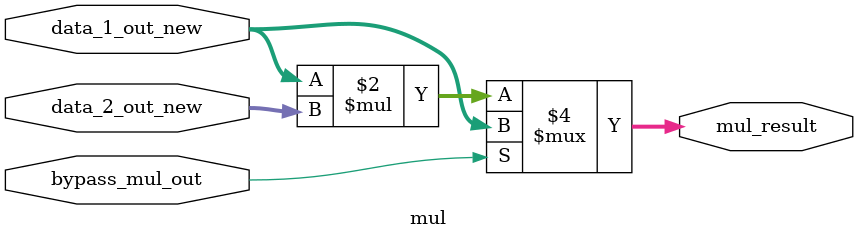
<source format=v>
`timescale 1ns / 1ps
module mul(
      //  input clk,
       // input reset,
        input [31:0]data_1_out_new,
        input [31:0] data_2_out_new,
        input bypass_mul_out, 
        output reg [31:0] mul_result
    );
    always@(*)begin
   // if(reset)begin
  //  mul_result<=0;
   // end
   if(bypass_mul_out)begin
    mul_result<=data_1_out_new;
    end
    else begin
    mul_result<=data_1_out_new*data_2_out_new;
    end
    end
endmodule

</source>
